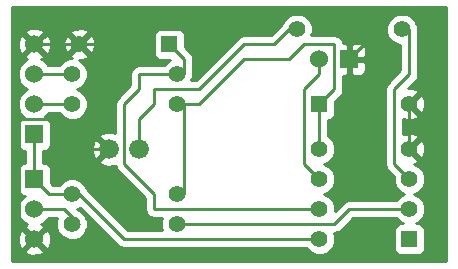
<source format=gbl>
G04 (created by PCBNEW (2013-05-16 BZR 4016)-stable) date 25.05.2013 21:05:43*
%MOIN*%
G04 Gerber Fmt 3.4, Leading zero omitted, Abs format*
%FSLAX34Y34*%
G01*
G70*
G90*
G04 APERTURE LIST*
%ADD10C,0.00590551*%
%ADD11C,0.055*%
%ADD12C,0.066*%
%ADD13R,0.055X0.055*%
%ADD14R,0.06X0.06*%
%ADD15C,0.06*%
%ADD16C,0.01*%
G04 APERTURE END LIST*
G54D10*
G54D11*
X18250Y-18500D03*
X21750Y-18500D03*
X18250Y-17500D03*
X21750Y-17500D03*
X18250Y-21500D03*
X21750Y-21500D03*
X18250Y-22500D03*
X21750Y-22500D03*
X29250Y-16000D03*
X25750Y-16000D03*
G54D12*
X20500Y-20000D03*
X19500Y-20000D03*
G54D13*
X26500Y-18500D03*
G54D11*
X29500Y-18500D03*
G54D13*
X21500Y-16500D03*
G54D11*
X18500Y-16500D03*
G54D13*
X29500Y-23000D03*
G54D11*
X29500Y-22000D03*
X29500Y-21000D03*
X29500Y-20000D03*
X26500Y-20000D03*
X26500Y-21000D03*
X26500Y-22000D03*
X26500Y-23000D03*
G54D14*
X17000Y-19500D03*
G54D15*
X17000Y-18500D03*
X17000Y-17500D03*
X17000Y-16500D03*
G54D14*
X17000Y-21000D03*
G54D15*
X17000Y-22000D03*
X17000Y-23000D03*
G54D14*
X27500Y-17000D03*
G54D15*
X26500Y-17000D03*
G54D16*
X18250Y-21500D02*
X18500Y-21500D01*
X18500Y-21500D02*
X20000Y-23000D01*
X20000Y-23000D02*
X26500Y-23000D01*
X17000Y-21000D02*
X17500Y-21500D01*
X17500Y-21500D02*
X18250Y-21500D01*
X17000Y-21000D02*
X17000Y-19500D01*
X19500Y-20000D02*
X18500Y-20000D01*
X18500Y-20000D02*
X17500Y-19000D01*
X17500Y-19000D02*
X16500Y-19000D01*
X16500Y-19000D02*
X16500Y-22500D01*
X16500Y-22500D02*
X17000Y-23000D01*
X27500Y-17000D02*
X27500Y-16000D01*
X27500Y-16000D02*
X27000Y-15500D01*
X27000Y-15500D02*
X25000Y-15500D01*
X25000Y-15500D02*
X24500Y-16000D01*
X24500Y-16000D02*
X21000Y-16000D01*
X21000Y-16000D02*
X20500Y-16500D01*
X20500Y-16500D02*
X18500Y-16500D01*
X27500Y-17000D02*
X28500Y-16000D01*
X28500Y-16000D02*
X28500Y-15500D01*
X28500Y-15500D02*
X30000Y-15500D01*
X30000Y-15500D02*
X30000Y-18000D01*
X30000Y-18000D02*
X29500Y-18500D01*
X18500Y-16500D02*
X19000Y-17000D01*
X19000Y-17000D02*
X19000Y-19500D01*
X19000Y-19500D02*
X19500Y-20000D01*
X29500Y-18500D02*
X29500Y-20000D01*
X18500Y-16500D02*
X17000Y-16500D01*
X26500Y-17000D02*
X26500Y-17500D01*
X26500Y-17500D02*
X26000Y-18000D01*
X26000Y-18000D02*
X26000Y-20500D01*
X26000Y-20500D02*
X26500Y-21000D01*
X21750Y-17500D02*
X20500Y-17500D01*
X20500Y-17500D02*
X20500Y-18000D01*
X20500Y-18000D02*
X20000Y-18500D01*
X20000Y-18500D02*
X20000Y-20500D01*
X20000Y-20500D02*
X21000Y-21500D01*
X21000Y-21500D02*
X21000Y-22000D01*
X21000Y-22000D02*
X26500Y-22000D01*
X21750Y-17500D02*
X22000Y-17500D01*
X22000Y-17500D02*
X22000Y-17000D01*
X22000Y-17000D02*
X21500Y-16500D01*
X18250Y-17500D02*
X17000Y-17500D01*
X26500Y-18500D02*
X27000Y-18000D01*
X27000Y-18000D02*
X27000Y-16500D01*
X27000Y-16500D02*
X26000Y-16500D01*
X26000Y-16500D02*
X25500Y-17000D01*
X25500Y-17000D02*
X24000Y-17000D01*
X24000Y-17000D02*
X22500Y-18500D01*
X22500Y-18500D02*
X21750Y-18500D01*
X21750Y-18500D02*
X22000Y-18500D01*
X22000Y-18500D02*
X22000Y-21500D01*
X22000Y-21500D02*
X21750Y-21500D01*
X26500Y-18500D02*
X26500Y-20000D01*
X20500Y-20000D02*
X20500Y-19000D01*
X20500Y-19000D02*
X21000Y-18500D01*
X21000Y-18500D02*
X21000Y-18000D01*
X21000Y-18000D02*
X22500Y-18000D01*
X22500Y-18000D02*
X24000Y-16500D01*
X24000Y-16500D02*
X25000Y-16500D01*
X25000Y-16500D02*
X25500Y-16000D01*
X25500Y-16000D02*
X25750Y-16000D01*
X21750Y-22500D02*
X27000Y-22500D01*
X27000Y-22500D02*
X27500Y-22000D01*
X27500Y-22000D02*
X29500Y-22000D01*
X18250Y-22500D02*
X18500Y-22500D01*
X18500Y-22500D02*
X18000Y-22000D01*
X18000Y-22000D02*
X17000Y-22000D01*
X29250Y-16000D02*
X29500Y-16000D01*
X29500Y-16000D02*
X29500Y-17500D01*
X29500Y-17500D02*
X29000Y-18000D01*
X29000Y-18000D02*
X29000Y-20500D01*
X29000Y-20500D02*
X29500Y-21000D01*
X17000Y-18500D02*
X18250Y-18500D01*
G54D10*
G36*
X30730Y-23730D02*
X30029Y-23730D01*
X30029Y-20075D01*
X30029Y-18575D01*
X30018Y-18367D01*
X29960Y-18227D01*
X29867Y-18202D01*
X29570Y-18500D01*
X29867Y-18797D01*
X29960Y-18772D01*
X30029Y-18575D01*
X30029Y-20075D01*
X30018Y-19867D01*
X29960Y-19727D01*
X29867Y-19702D01*
X29570Y-20000D01*
X29867Y-20297D01*
X29960Y-20272D01*
X30029Y-20075D01*
X30029Y-23730D01*
X30025Y-23730D01*
X30025Y-21896D01*
X29945Y-21703D01*
X29797Y-21555D01*
X29664Y-21499D01*
X29797Y-21445D01*
X29944Y-21297D01*
X30024Y-21104D01*
X30025Y-20896D01*
X29945Y-20703D01*
X29797Y-20555D01*
X29671Y-20502D01*
X29772Y-20460D01*
X29797Y-20367D01*
X29500Y-20070D01*
X29494Y-20076D01*
X29423Y-20005D01*
X29429Y-20000D01*
X29423Y-19994D01*
X29494Y-19923D01*
X29500Y-19929D01*
X29797Y-19632D01*
X29772Y-19539D01*
X29575Y-19470D01*
X29367Y-19481D01*
X29300Y-19509D01*
X29300Y-18986D01*
X29424Y-19029D01*
X29632Y-19018D01*
X29772Y-18960D01*
X29797Y-18867D01*
X29500Y-18570D01*
X29494Y-18576D01*
X29423Y-18505D01*
X29429Y-18500D01*
X29423Y-18494D01*
X29494Y-18423D01*
X29500Y-18429D01*
X29797Y-18132D01*
X29772Y-18039D01*
X29575Y-17970D01*
X29447Y-17977D01*
X29712Y-17712D01*
X29712Y-17712D01*
X29777Y-17614D01*
X29799Y-17500D01*
X29800Y-17500D01*
X29800Y-16000D01*
X29777Y-15885D01*
X29760Y-15859D01*
X29695Y-15703D01*
X29547Y-15555D01*
X29354Y-15475D01*
X29146Y-15474D01*
X28953Y-15554D01*
X28805Y-15702D01*
X28725Y-15895D01*
X28724Y-16103D01*
X28804Y-16297D01*
X28952Y-16444D01*
X29145Y-16524D01*
X29200Y-16524D01*
X29200Y-17375D01*
X28787Y-17787D01*
X28722Y-17885D01*
X28700Y-18000D01*
X28700Y-20500D01*
X28722Y-20614D01*
X28787Y-20712D01*
X28975Y-20899D01*
X28974Y-21103D01*
X29054Y-21297D01*
X29202Y-21444D01*
X29335Y-21500D01*
X29203Y-21554D01*
X29057Y-21700D01*
X28050Y-21700D01*
X28050Y-17250D01*
X28050Y-16749D01*
X28049Y-16650D01*
X28011Y-16558D01*
X27941Y-16487D01*
X27849Y-16449D01*
X27612Y-16450D01*
X27550Y-16512D01*
X27550Y-16950D01*
X27987Y-16950D01*
X28050Y-16887D01*
X28050Y-16749D01*
X28050Y-17250D01*
X28050Y-17112D01*
X27987Y-17050D01*
X27550Y-17050D01*
X27550Y-17487D01*
X27612Y-17550D01*
X27849Y-17550D01*
X27941Y-17512D01*
X28011Y-17441D01*
X28049Y-17349D01*
X28050Y-17250D01*
X28050Y-21700D01*
X27500Y-21700D01*
X27385Y-21722D01*
X27287Y-21787D01*
X27024Y-22050D01*
X27025Y-21896D01*
X26945Y-21703D01*
X26797Y-21555D01*
X26664Y-21499D01*
X26797Y-21445D01*
X26944Y-21297D01*
X27024Y-21104D01*
X27025Y-20896D01*
X26945Y-20703D01*
X26797Y-20555D01*
X26664Y-20499D01*
X26797Y-20445D01*
X26944Y-20297D01*
X27024Y-20104D01*
X27025Y-19896D01*
X26945Y-19703D01*
X26800Y-19557D01*
X26800Y-19025D01*
X26824Y-19025D01*
X26916Y-18987D01*
X26986Y-18916D01*
X27024Y-18824D01*
X27025Y-18725D01*
X27025Y-18399D01*
X27212Y-18212D01*
X27212Y-18212D01*
X27277Y-18114D01*
X27299Y-18000D01*
X27300Y-18000D01*
X27300Y-17550D01*
X27387Y-17550D01*
X27450Y-17487D01*
X27450Y-17050D01*
X27442Y-17050D01*
X27442Y-16950D01*
X27450Y-16950D01*
X27450Y-16512D01*
X27387Y-16450D01*
X27290Y-16449D01*
X27277Y-16385D01*
X27212Y-16287D01*
X27114Y-16222D01*
X27000Y-16200D01*
X26235Y-16200D01*
X26274Y-16104D01*
X26275Y-15896D01*
X26195Y-15703D01*
X26047Y-15555D01*
X25854Y-15475D01*
X25646Y-15474D01*
X25453Y-15554D01*
X25305Y-15702D01*
X25256Y-15819D01*
X24875Y-16200D01*
X24000Y-16200D01*
X23885Y-16222D01*
X23787Y-16287D01*
X22375Y-17700D01*
X22235Y-17700D01*
X22260Y-17640D01*
X22277Y-17614D01*
X22300Y-17500D01*
X22300Y-17000D01*
X22277Y-16885D01*
X22212Y-16787D01*
X22212Y-16787D01*
X22025Y-16600D01*
X22025Y-16175D01*
X21987Y-16083D01*
X21916Y-16013D01*
X21824Y-15975D01*
X21725Y-15974D01*
X21175Y-15974D01*
X21083Y-16012D01*
X21013Y-16083D01*
X20975Y-16175D01*
X20974Y-16274D01*
X20974Y-16824D01*
X21012Y-16916D01*
X21083Y-16986D01*
X21175Y-17024D01*
X21274Y-17025D01*
X21524Y-17025D01*
X21453Y-17054D01*
X21307Y-17200D01*
X20500Y-17200D01*
X20385Y-17222D01*
X20287Y-17287D01*
X20222Y-17385D01*
X20200Y-17500D01*
X20200Y-17875D01*
X19787Y-18287D01*
X19722Y-18385D01*
X19700Y-18500D01*
X19700Y-19455D01*
X19588Y-19415D01*
X19358Y-19425D01*
X19194Y-19493D01*
X19163Y-19592D01*
X19500Y-19929D01*
X19505Y-19923D01*
X19576Y-19994D01*
X19570Y-20000D01*
X19576Y-20005D01*
X19505Y-20076D01*
X19500Y-20070D01*
X19429Y-20141D01*
X19429Y-20000D01*
X19092Y-19663D01*
X19029Y-19682D01*
X19029Y-16575D01*
X19018Y-16367D01*
X18960Y-16227D01*
X18867Y-16202D01*
X18797Y-16273D01*
X18797Y-16132D01*
X18772Y-16039D01*
X18575Y-15970D01*
X18367Y-15981D01*
X18227Y-16039D01*
X18202Y-16132D01*
X18500Y-16429D01*
X18797Y-16132D01*
X18797Y-16273D01*
X18570Y-16500D01*
X18867Y-16797D01*
X18960Y-16772D01*
X19029Y-16575D01*
X19029Y-19682D01*
X18993Y-19694D01*
X18915Y-19911D01*
X18925Y-20141D01*
X18993Y-20305D01*
X19092Y-20336D01*
X19429Y-20000D01*
X19429Y-20141D01*
X19163Y-20407D01*
X19194Y-20506D01*
X19411Y-20584D01*
X19641Y-20574D01*
X19709Y-20546D01*
X19722Y-20614D01*
X19787Y-20712D01*
X20700Y-21624D01*
X20700Y-22000D01*
X20722Y-22114D01*
X20787Y-22212D01*
X20885Y-22277D01*
X21000Y-22300D01*
X21264Y-22300D01*
X21225Y-22395D01*
X21224Y-22603D01*
X21264Y-22700D01*
X20124Y-22700D01*
X18743Y-21318D01*
X18695Y-21203D01*
X18547Y-21055D01*
X18354Y-20975D01*
X18146Y-20974D01*
X17953Y-21054D01*
X17807Y-21200D01*
X17624Y-21200D01*
X17550Y-21125D01*
X17550Y-20650D01*
X17512Y-20558D01*
X17441Y-20488D01*
X17349Y-20450D01*
X17300Y-20450D01*
X17300Y-20050D01*
X17349Y-20050D01*
X17441Y-20012D01*
X17511Y-19941D01*
X17549Y-19849D01*
X17550Y-19750D01*
X17550Y-19150D01*
X17512Y-19058D01*
X17441Y-18988D01*
X17349Y-18950D01*
X17327Y-18950D01*
X17465Y-18811D01*
X17470Y-18800D01*
X17807Y-18800D01*
X17952Y-18944D01*
X18145Y-19024D01*
X18353Y-19025D01*
X18547Y-18945D01*
X18694Y-18797D01*
X18774Y-18604D01*
X18775Y-18396D01*
X18695Y-18203D01*
X18547Y-18055D01*
X18414Y-17999D01*
X18547Y-17945D01*
X18694Y-17797D01*
X18774Y-17604D01*
X18775Y-17396D01*
X18695Y-17203D01*
X18547Y-17055D01*
X18479Y-17026D01*
X18632Y-17018D01*
X18772Y-16960D01*
X18797Y-16867D01*
X18500Y-16570D01*
X18429Y-16641D01*
X18429Y-16500D01*
X18132Y-16202D01*
X18039Y-16227D01*
X17970Y-16424D01*
X17981Y-16632D01*
X18039Y-16772D01*
X18132Y-16797D01*
X18429Y-16500D01*
X18429Y-16641D01*
X18202Y-16867D01*
X18227Y-16960D01*
X18268Y-16975D01*
X18146Y-16974D01*
X17953Y-17054D01*
X17807Y-17200D01*
X17554Y-17200D01*
X17554Y-16581D01*
X17543Y-16363D01*
X17481Y-16212D01*
X17385Y-16184D01*
X17315Y-16255D01*
X17315Y-16114D01*
X17287Y-16018D01*
X17081Y-15945D01*
X16863Y-15956D01*
X16712Y-16018D01*
X16684Y-16114D01*
X17000Y-16429D01*
X17315Y-16114D01*
X17315Y-16255D01*
X17070Y-16500D01*
X17385Y-16815D01*
X17481Y-16787D01*
X17554Y-16581D01*
X17554Y-17200D01*
X17471Y-17200D01*
X17466Y-17188D01*
X17311Y-17034D01*
X17236Y-17002D01*
X17287Y-16981D01*
X17315Y-16885D01*
X17000Y-16570D01*
X16929Y-16641D01*
X16929Y-16500D01*
X16614Y-16184D01*
X16518Y-16212D01*
X16445Y-16418D01*
X16456Y-16636D01*
X16518Y-16787D01*
X16614Y-16815D01*
X16929Y-16500D01*
X16929Y-16641D01*
X16684Y-16885D01*
X16712Y-16981D01*
X16767Y-17000D01*
X16688Y-17033D01*
X16534Y-17188D01*
X16450Y-17390D01*
X16449Y-17608D01*
X16533Y-17811D01*
X16688Y-17965D01*
X16769Y-17999D01*
X16688Y-18033D01*
X16534Y-18188D01*
X16450Y-18390D01*
X16449Y-18608D01*
X16533Y-18811D01*
X16672Y-18949D01*
X16650Y-18949D01*
X16558Y-18987D01*
X16488Y-19058D01*
X16450Y-19150D01*
X16449Y-19249D01*
X16449Y-19849D01*
X16487Y-19941D01*
X16558Y-20011D01*
X16650Y-20049D01*
X16700Y-20049D01*
X16700Y-20449D01*
X16650Y-20449D01*
X16558Y-20487D01*
X16488Y-20558D01*
X16450Y-20650D01*
X16449Y-20749D01*
X16449Y-21349D01*
X16487Y-21441D01*
X16558Y-21511D01*
X16650Y-21549D01*
X16672Y-21549D01*
X16534Y-21688D01*
X16450Y-21890D01*
X16449Y-22108D01*
X16533Y-22311D01*
X16688Y-22465D01*
X16763Y-22497D01*
X16712Y-22518D01*
X16684Y-22614D01*
X17000Y-22929D01*
X17315Y-22614D01*
X17287Y-22518D01*
X17232Y-22499D01*
X17311Y-22466D01*
X17465Y-22311D01*
X17470Y-22300D01*
X17764Y-22300D01*
X17725Y-22395D01*
X17724Y-22603D01*
X17804Y-22797D01*
X17952Y-22944D01*
X18145Y-23024D01*
X18353Y-23025D01*
X18547Y-22945D01*
X18694Y-22797D01*
X18760Y-22640D01*
X18760Y-22640D01*
X18777Y-22614D01*
X18777Y-22614D01*
X18799Y-22500D01*
X18800Y-22500D01*
X18777Y-22385D01*
X18760Y-22359D01*
X18760Y-22359D01*
X18695Y-22203D01*
X18547Y-22055D01*
X18430Y-22006D01*
X18421Y-21997D01*
X18528Y-21952D01*
X19787Y-23212D01*
X19787Y-23212D01*
X19885Y-23277D01*
X20000Y-23300D01*
X26057Y-23300D01*
X26202Y-23444D01*
X26395Y-23524D01*
X26603Y-23525D01*
X26797Y-23445D01*
X26944Y-23297D01*
X27024Y-23104D01*
X27025Y-22896D01*
X26985Y-22800D01*
X27000Y-22800D01*
X27000Y-22799D01*
X27114Y-22777D01*
X27114Y-22777D01*
X27212Y-22712D01*
X27624Y-22300D01*
X29057Y-22300D01*
X29202Y-22444D01*
X29274Y-22474D01*
X29175Y-22474D01*
X29083Y-22512D01*
X29013Y-22583D01*
X28975Y-22675D01*
X28974Y-22774D01*
X28974Y-23324D01*
X29012Y-23416D01*
X29083Y-23486D01*
X29175Y-23524D01*
X29274Y-23525D01*
X29824Y-23525D01*
X29916Y-23487D01*
X29986Y-23416D01*
X30024Y-23324D01*
X30025Y-23225D01*
X30025Y-22675D01*
X29987Y-22583D01*
X29916Y-22513D01*
X29824Y-22475D01*
X29725Y-22474D01*
X29725Y-22474D01*
X29797Y-22445D01*
X29944Y-22297D01*
X30024Y-22104D01*
X30025Y-21896D01*
X30025Y-23730D01*
X17554Y-23730D01*
X17554Y-23081D01*
X17543Y-22863D01*
X17481Y-22712D01*
X17385Y-22684D01*
X17070Y-23000D01*
X17385Y-23315D01*
X17481Y-23287D01*
X17554Y-23081D01*
X17554Y-23730D01*
X17315Y-23730D01*
X17315Y-23385D01*
X17000Y-23070D01*
X16929Y-23141D01*
X16929Y-23000D01*
X16614Y-22684D01*
X16518Y-22712D01*
X16445Y-22918D01*
X16456Y-23136D01*
X16518Y-23287D01*
X16614Y-23315D01*
X16929Y-23000D01*
X16929Y-23141D01*
X16684Y-23385D01*
X16712Y-23481D01*
X16918Y-23554D01*
X17136Y-23543D01*
X17287Y-23481D01*
X17315Y-23385D01*
X17315Y-23730D01*
X16269Y-23730D01*
X16269Y-15269D01*
X30730Y-15269D01*
X30730Y-23730D01*
X30730Y-23730D01*
G37*
G54D16*
X30730Y-23730D02*
X30029Y-23730D01*
X30029Y-20075D01*
X30029Y-18575D01*
X30018Y-18367D01*
X29960Y-18227D01*
X29867Y-18202D01*
X29570Y-18500D01*
X29867Y-18797D01*
X29960Y-18772D01*
X30029Y-18575D01*
X30029Y-20075D01*
X30018Y-19867D01*
X29960Y-19727D01*
X29867Y-19702D01*
X29570Y-20000D01*
X29867Y-20297D01*
X29960Y-20272D01*
X30029Y-20075D01*
X30029Y-23730D01*
X30025Y-23730D01*
X30025Y-21896D01*
X29945Y-21703D01*
X29797Y-21555D01*
X29664Y-21499D01*
X29797Y-21445D01*
X29944Y-21297D01*
X30024Y-21104D01*
X30025Y-20896D01*
X29945Y-20703D01*
X29797Y-20555D01*
X29671Y-20502D01*
X29772Y-20460D01*
X29797Y-20367D01*
X29500Y-20070D01*
X29494Y-20076D01*
X29423Y-20005D01*
X29429Y-20000D01*
X29423Y-19994D01*
X29494Y-19923D01*
X29500Y-19929D01*
X29797Y-19632D01*
X29772Y-19539D01*
X29575Y-19470D01*
X29367Y-19481D01*
X29300Y-19509D01*
X29300Y-18986D01*
X29424Y-19029D01*
X29632Y-19018D01*
X29772Y-18960D01*
X29797Y-18867D01*
X29500Y-18570D01*
X29494Y-18576D01*
X29423Y-18505D01*
X29429Y-18500D01*
X29423Y-18494D01*
X29494Y-18423D01*
X29500Y-18429D01*
X29797Y-18132D01*
X29772Y-18039D01*
X29575Y-17970D01*
X29447Y-17977D01*
X29712Y-17712D01*
X29712Y-17712D01*
X29777Y-17614D01*
X29799Y-17500D01*
X29800Y-17500D01*
X29800Y-16000D01*
X29777Y-15885D01*
X29760Y-15859D01*
X29695Y-15703D01*
X29547Y-15555D01*
X29354Y-15475D01*
X29146Y-15474D01*
X28953Y-15554D01*
X28805Y-15702D01*
X28725Y-15895D01*
X28724Y-16103D01*
X28804Y-16297D01*
X28952Y-16444D01*
X29145Y-16524D01*
X29200Y-16524D01*
X29200Y-17375D01*
X28787Y-17787D01*
X28722Y-17885D01*
X28700Y-18000D01*
X28700Y-20500D01*
X28722Y-20614D01*
X28787Y-20712D01*
X28975Y-20899D01*
X28974Y-21103D01*
X29054Y-21297D01*
X29202Y-21444D01*
X29335Y-21500D01*
X29203Y-21554D01*
X29057Y-21700D01*
X28050Y-21700D01*
X28050Y-17250D01*
X28050Y-16749D01*
X28049Y-16650D01*
X28011Y-16558D01*
X27941Y-16487D01*
X27849Y-16449D01*
X27612Y-16450D01*
X27550Y-16512D01*
X27550Y-16950D01*
X27987Y-16950D01*
X28050Y-16887D01*
X28050Y-16749D01*
X28050Y-17250D01*
X28050Y-17112D01*
X27987Y-17050D01*
X27550Y-17050D01*
X27550Y-17487D01*
X27612Y-17550D01*
X27849Y-17550D01*
X27941Y-17512D01*
X28011Y-17441D01*
X28049Y-17349D01*
X28050Y-17250D01*
X28050Y-21700D01*
X27500Y-21700D01*
X27385Y-21722D01*
X27287Y-21787D01*
X27024Y-22050D01*
X27025Y-21896D01*
X26945Y-21703D01*
X26797Y-21555D01*
X26664Y-21499D01*
X26797Y-21445D01*
X26944Y-21297D01*
X27024Y-21104D01*
X27025Y-20896D01*
X26945Y-20703D01*
X26797Y-20555D01*
X26664Y-20499D01*
X26797Y-20445D01*
X26944Y-20297D01*
X27024Y-20104D01*
X27025Y-19896D01*
X26945Y-19703D01*
X26800Y-19557D01*
X26800Y-19025D01*
X26824Y-19025D01*
X26916Y-18987D01*
X26986Y-18916D01*
X27024Y-18824D01*
X27025Y-18725D01*
X27025Y-18399D01*
X27212Y-18212D01*
X27212Y-18212D01*
X27277Y-18114D01*
X27299Y-18000D01*
X27300Y-18000D01*
X27300Y-17550D01*
X27387Y-17550D01*
X27450Y-17487D01*
X27450Y-17050D01*
X27442Y-17050D01*
X27442Y-16950D01*
X27450Y-16950D01*
X27450Y-16512D01*
X27387Y-16450D01*
X27290Y-16449D01*
X27277Y-16385D01*
X27212Y-16287D01*
X27114Y-16222D01*
X27000Y-16200D01*
X26235Y-16200D01*
X26274Y-16104D01*
X26275Y-15896D01*
X26195Y-15703D01*
X26047Y-15555D01*
X25854Y-15475D01*
X25646Y-15474D01*
X25453Y-15554D01*
X25305Y-15702D01*
X25256Y-15819D01*
X24875Y-16200D01*
X24000Y-16200D01*
X23885Y-16222D01*
X23787Y-16287D01*
X22375Y-17700D01*
X22235Y-17700D01*
X22260Y-17640D01*
X22277Y-17614D01*
X22300Y-17500D01*
X22300Y-17000D01*
X22277Y-16885D01*
X22212Y-16787D01*
X22212Y-16787D01*
X22025Y-16600D01*
X22025Y-16175D01*
X21987Y-16083D01*
X21916Y-16013D01*
X21824Y-15975D01*
X21725Y-15974D01*
X21175Y-15974D01*
X21083Y-16012D01*
X21013Y-16083D01*
X20975Y-16175D01*
X20974Y-16274D01*
X20974Y-16824D01*
X21012Y-16916D01*
X21083Y-16986D01*
X21175Y-17024D01*
X21274Y-17025D01*
X21524Y-17025D01*
X21453Y-17054D01*
X21307Y-17200D01*
X20500Y-17200D01*
X20385Y-17222D01*
X20287Y-17287D01*
X20222Y-17385D01*
X20200Y-17500D01*
X20200Y-17875D01*
X19787Y-18287D01*
X19722Y-18385D01*
X19700Y-18500D01*
X19700Y-19455D01*
X19588Y-19415D01*
X19358Y-19425D01*
X19194Y-19493D01*
X19163Y-19592D01*
X19500Y-19929D01*
X19505Y-19923D01*
X19576Y-19994D01*
X19570Y-20000D01*
X19576Y-20005D01*
X19505Y-20076D01*
X19500Y-20070D01*
X19429Y-20141D01*
X19429Y-20000D01*
X19092Y-19663D01*
X19029Y-19682D01*
X19029Y-16575D01*
X19018Y-16367D01*
X18960Y-16227D01*
X18867Y-16202D01*
X18797Y-16273D01*
X18797Y-16132D01*
X18772Y-16039D01*
X18575Y-15970D01*
X18367Y-15981D01*
X18227Y-16039D01*
X18202Y-16132D01*
X18500Y-16429D01*
X18797Y-16132D01*
X18797Y-16273D01*
X18570Y-16500D01*
X18867Y-16797D01*
X18960Y-16772D01*
X19029Y-16575D01*
X19029Y-19682D01*
X18993Y-19694D01*
X18915Y-19911D01*
X18925Y-20141D01*
X18993Y-20305D01*
X19092Y-20336D01*
X19429Y-20000D01*
X19429Y-20141D01*
X19163Y-20407D01*
X19194Y-20506D01*
X19411Y-20584D01*
X19641Y-20574D01*
X19709Y-20546D01*
X19722Y-20614D01*
X19787Y-20712D01*
X20700Y-21624D01*
X20700Y-22000D01*
X20722Y-22114D01*
X20787Y-22212D01*
X20885Y-22277D01*
X21000Y-22300D01*
X21264Y-22300D01*
X21225Y-22395D01*
X21224Y-22603D01*
X21264Y-22700D01*
X20124Y-22700D01*
X18743Y-21318D01*
X18695Y-21203D01*
X18547Y-21055D01*
X18354Y-20975D01*
X18146Y-20974D01*
X17953Y-21054D01*
X17807Y-21200D01*
X17624Y-21200D01*
X17550Y-21125D01*
X17550Y-20650D01*
X17512Y-20558D01*
X17441Y-20488D01*
X17349Y-20450D01*
X17300Y-20450D01*
X17300Y-20050D01*
X17349Y-20050D01*
X17441Y-20012D01*
X17511Y-19941D01*
X17549Y-19849D01*
X17550Y-19750D01*
X17550Y-19150D01*
X17512Y-19058D01*
X17441Y-18988D01*
X17349Y-18950D01*
X17327Y-18950D01*
X17465Y-18811D01*
X17470Y-18800D01*
X17807Y-18800D01*
X17952Y-18944D01*
X18145Y-19024D01*
X18353Y-19025D01*
X18547Y-18945D01*
X18694Y-18797D01*
X18774Y-18604D01*
X18775Y-18396D01*
X18695Y-18203D01*
X18547Y-18055D01*
X18414Y-17999D01*
X18547Y-17945D01*
X18694Y-17797D01*
X18774Y-17604D01*
X18775Y-17396D01*
X18695Y-17203D01*
X18547Y-17055D01*
X18479Y-17026D01*
X18632Y-17018D01*
X18772Y-16960D01*
X18797Y-16867D01*
X18500Y-16570D01*
X18429Y-16641D01*
X18429Y-16500D01*
X18132Y-16202D01*
X18039Y-16227D01*
X17970Y-16424D01*
X17981Y-16632D01*
X18039Y-16772D01*
X18132Y-16797D01*
X18429Y-16500D01*
X18429Y-16641D01*
X18202Y-16867D01*
X18227Y-16960D01*
X18268Y-16975D01*
X18146Y-16974D01*
X17953Y-17054D01*
X17807Y-17200D01*
X17554Y-17200D01*
X17554Y-16581D01*
X17543Y-16363D01*
X17481Y-16212D01*
X17385Y-16184D01*
X17315Y-16255D01*
X17315Y-16114D01*
X17287Y-16018D01*
X17081Y-15945D01*
X16863Y-15956D01*
X16712Y-16018D01*
X16684Y-16114D01*
X17000Y-16429D01*
X17315Y-16114D01*
X17315Y-16255D01*
X17070Y-16500D01*
X17385Y-16815D01*
X17481Y-16787D01*
X17554Y-16581D01*
X17554Y-17200D01*
X17471Y-17200D01*
X17466Y-17188D01*
X17311Y-17034D01*
X17236Y-17002D01*
X17287Y-16981D01*
X17315Y-16885D01*
X17000Y-16570D01*
X16929Y-16641D01*
X16929Y-16500D01*
X16614Y-16184D01*
X16518Y-16212D01*
X16445Y-16418D01*
X16456Y-16636D01*
X16518Y-16787D01*
X16614Y-16815D01*
X16929Y-16500D01*
X16929Y-16641D01*
X16684Y-16885D01*
X16712Y-16981D01*
X16767Y-17000D01*
X16688Y-17033D01*
X16534Y-17188D01*
X16450Y-17390D01*
X16449Y-17608D01*
X16533Y-17811D01*
X16688Y-17965D01*
X16769Y-17999D01*
X16688Y-18033D01*
X16534Y-18188D01*
X16450Y-18390D01*
X16449Y-18608D01*
X16533Y-18811D01*
X16672Y-18949D01*
X16650Y-18949D01*
X16558Y-18987D01*
X16488Y-19058D01*
X16450Y-19150D01*
X16449Y-19249D01*
X16449Y-19849D01*
X16487Y-19941D01*
X16558Y-20011D01*
X16650Y-20049D01*
X16700Y-20049D01*
X16700Y-20449D01*
X16650Y-20449D01*
X16558Y-20487D01*
X16488Y-20558D01*
X16450Y-20650D01*
X16449Y-20749D01*
X16449Y-21349D01*
X16487Y-21441D01*
X16558Y-21511D01*
X16650Y-21549D01*
X16672Y-21549D01*
X16534Y-21688D01*
X16450Y-21890D01*
X16449Y-22108D01*
X16533Y-22311D01*
X16688Y-22465D01*
X16763Y-22497D01*
X16712Y-22518D01*
X16684Y-22614D01*
X17000Y-22929D01*
X17315Y-22614D01*
X17287Y-22518D01*
X17232Y-22499D01*
X17311Y-22466D01*
X17465Y-22311D01*
X17470Y-22300D01*
X17764Y-22300D01*
X17725Y-22395D01*
X17724Y-22603D01*
X17804Y-22797D01*
X17952Y-22944D01*
X18145Y-23024D01*
X18353Y-23025D01*
X18547Y-22945D01*
X18694Y-22797D01*
X18760Y-22640D01*
X18760Y-22640D01*
X18777Y-22614D01*
X18777Y-22614D01*
X18799Y-22500D01*
X18800Y-22500D01*
X18777Y-22385D01*
X18760Y-22359D01*
X18760Y-22359D01*
X18695Y-22203D01*
X18547Y-22055D01*
X18430Y-22006D01*
X18421Y-21997D01*
X18528Y-21952D01*
X19787Y-23212D01*
X19787Y-23212D01*
X19885Y-23277D01*
X20000Y-23300D01*
X26057Y-23300D01*
X26202Y-23444D01*
X26395Y-23524D01*
X26603Y-23525D01*
X26797Y-23445D01*
X26944Y-23297D01*
X27024Y-23104D01*
X27025Y-22896D01*
X26985Y-22800D01*
X27000Y-22800D01*
X27000Y-22799D01*
X27114Y-22777D01*
X27114Y-22777D01*
X27212Y-22712D01*
X27624Y-22300D01*
X29057Y-22300D01*
X29202Y-22444D01*
X29274Y-22474D01*
X29175Y-22474D01*
X29083Y-22512D01*
X29013Y-22583D01*
X28975Y-22675D01*
X28974Y-22774D01*
X28974Y-23324D01*
X29012Y-23416D01*
X29083Y-23486D01*
X29175Y-23524D01*
X29274Y-23525D01*
X29824Y-23525D01*
X29916Y-23487D01*
X29986Y-23416D01*
X30024Y-23324D01*
X30025Y-23225D01*
X30025Y-22675D01*
X29987Y-22583D01*
X29916Y-22513D01*
X29824Y-22475D01*
X29725Y-22474D01*
X29725Y-22474D01*
X29797Y-22445D01*
X29944Y-22297D01*
X30024Y-22104D01*
X30025Y-21896D01*
X30025Y-23730D01*
X17554Y-23730D01*
X17554Y-23081D01*
X17543Y-22863D01*
X17481Y-22712D01*
X17385Y-22684D01*
X17070Y-23000D01*
X17385Y-23315D01*
X17481Y-23287D01*
X17554Y-23081D01*
X17554Y-23730D01*
X17315Y-23730D01*
X17315Y-23385D01*
X17000Y-23070D01*
X16929Y-23141D01*
X16929Y-23000D01*
X16614Y-22684D01*
X16518Y-22712D01*
X16445Y-22918D01*
X16456Y-23136D01*
X16518Y-23287D01*
X16614Y-23315D01*
X16929Y-23000D01*
X16929Y-23141D01*
X16684Y-23385D01*
X16712Y-23481D01*
X16918Y-23554D01*
X17136Y-23543D01*
X17287Y-23481D01*
X17315Y-23385D01*
X17315Y-23730D01*
X16269Y-23730D01*
X16269Y-15269D01*
X30730Y-15269D01*
X30730Y-23730D01*
M02*

</source>
